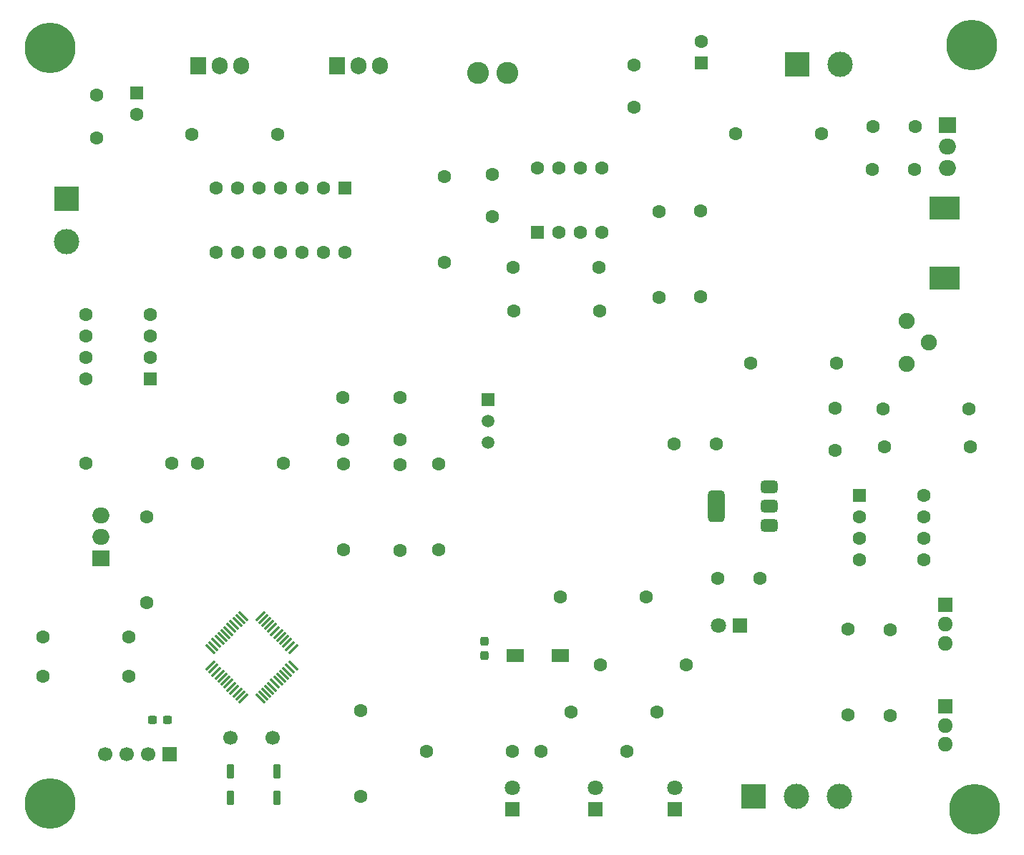
<source format=gbr>
%TF.GenerationSoftware,KiCad,Pcbnew,9.0.3-9.0.3-0~ubuntu24.04.1*%
%TF.CreationDate,2025-09-03T17:17:06-03:00*%
%TF.ProjectId,CargadorDeBaterias_rev2,43617267-6164-46f7-9244-654261746572,rev?*%
%TF.SameCoordinates,Original*%
%TF.FileFunction,Soldermask,Top*%
%TF.FilePolarity,Negative*%
%FSLAX46Y46*%
G04 Gerber Fmt 4.6, Leading zero omitted, Abs format (unit mm)*
G04 Created by KiCad (PCBNEW 9.0.3-9.0.3-0~ubuntu24.04.1) date 2025-09-03 17:17:06*
%MOMM*%
%LPD*%
G01*
G04 APERTURE LIST*
G04 Aperture macros list*
%AMRoundRect*
0 Rectangle with rounded corners*
0 $1 Rounding radius*
0 $2 $3 $4 $5 $6 $7 $8 $9 X,Y pos of 4 corners*
0 Add a 4 corners polygon primitive as box body*
4,1,4,$2,$3,$4,$5,$6,$7,$8,$9,$2,$3,0*
0 Add four circle primitives for the rounded corners*
1,1,$1+$1,$2,$3*
1,1,$1+$1,$4,$5*
1,1,$1+$1,$6,$7*
1,1,$1+$1,$8,$9*
0 Add four rect primitives between the rounded corners*
20,1,$1+$1,$2,$3,$4,$5,0*
20,1,$1+$1,$4,$5,$6,$7,0*
20,1,$1+$1,$6,$7,$8,$9,0*
20,1,$1+$1,$8,$9,$2,$3,0*%
G04 Aperture macros list end*
%ADD10C,1.600000*%
%ADD11R,1.800000X1.800000*%
%ADD12C,1.800000*%
%ADD13RoundRect,0.237500X0.300000X0.237500X-0.300000X0.237500X-0.300000X-0.237500X0.300000X-0.237500X0*%
%ADD14RoundRect,0.237500X0.237500X-0.300000X0.237500X0.300000X-0.237500X0.300000X-0.237500X-0.300000X0*%
%ADD15R,2.000000X1.905000*%
%ADD16O,2.000000X1.905000*%
%ADD17RoundRect,0.250000X0.550000X-0.550000X0.550000X0.550000X-0.550000X0.550000X-0.550000X-0.550000X0*%
%ADD18C,6.000000*%
%ADD19RoundRect,0.075000X0.521491X-0.415425X-0.415425X0.521491X-0.521491X0.415425X0.415425X-0.521491X0*%
%ADD20RoundRect,0.075000X0.521491X0.415425X0.415425X0.521491X-0.521491X-0.415425X-0.415425X-0.521491X0*%
%ADD21R,3.000000X3.000000*%
%ADD22C,3.000000*%
%ADD23RoundRect,0.375000X0.625000X0.375000X-0.625000X0.375000X-0.625000X-0.375000X0.625000X-0.375000X0*%
%ADD24RoundRect,0.500000X0.500000X1.400000X-0.500000X1.400000X-0.500000X-1.400000X0.500000X-1.400000X0*%
%ADD25RoundRect,0.250000X0.550000X0.550000X-0.550000X0.550000X-0.550000X-0.550000X0.550000X-0.550000X0*%
%ADD26R,1.700000X1.700000*%
%ADD27C,1.700000*%
%ADD28RoundRect,0.250000X-0.550000X-0.550000X0.550000X-0.550000X0.550000X0.550000X-0.550000X0.550000X0*%
%ADD29R,1.905000X2.000000*%
%ADD30O,1.905000X2.000000*%
%ADD31R,2.000000X1.600000*%
%ADD32R,1.800000X1.710000*%
%ADD33O,1.800000X1.710000*%
%ADD34R,3.600000X2.700000*%
%ADD35RoundRect,0.250000X-0.550000X0.550000X-0.550000X-0.550000X0.550000X-0.550000X0.550000X0.550000X0*%
%ADD36C,1.905000*%
%ADD37C,2.600000*%
%ADD38RoundRect,0.102000X0.300000X-0.750000X0.300000X0.750000X-0.300000X0.750000X-0.300000X-0.750000X0*%
%ADD39R,1.500000X1.500000*%
%ADD40C,1.500000*%
G04 APERTURE END LIST*
D10*
%TO.C,R30*%
X140700000Y-132600000D03*
X150860000Y-132600000D03*
%TD*%
D11*
%TO.C,D2*%
X150860000Y-139500000D03*
D12*
X150860000Y-136960000D03*
%TD*%
D13*
%TO.C,C16*%
X110012500Y-128950000D03*
X108287500Y-128950000D03*
%TD*%
D14*
%TO.C,C15*%
X147532500Y-121300000D03*
X147532500Y-119575000D03*
%TD*%
D10*
%TO.C,R31*%
X157770000Y-127950000D03*
X167930000Y-127950000D03*
%TD*%
D15*
%TO.C,Q2*%
X102175000Y-109780000D03*
D16*
X102175000Y-107240000D03*
X102175000Y-104700000D03*
%TD*%
D10*
%TO.C,R19*%
X161115000Y-75325000D03*
X150955000Y-75325000D03*
%TD*%
%TO.C,R5*%
X100395000Y-98550000D03*
X110555000Y-98550000D03*
%TD*%
%TO.C,R8*%
X130825000Y-108800000D03*
X130825000Y-98640000D03*
%TD*%
D17*
%TO.C,U4*%
X153830000Y-71190000D03*
D10*
X156370000Y-71190000D03*
X158910000Y-71190000D03*
X161450000Y-71190000D03*
X161450000Y-63570000D03*
X158910000Y-63570000D03*
X156370000Y-63570000D03*
X153830000Y-63570000D03*
%TD*%
D18*
%TO.C,H2*%
X96100000Y-49300000D03*
%TD*%
D19*
%TO.C,U8*%
X120998788Y-126387876D03*
X121352342Y-126034322D03*
X121705895Y-125680769D03*
X122059449Y-125327215D03*
X122413002Y-124973662D03*
X122766555Y-124620109D03*
X123120109Y-124266555D03*
X123473662Y-123913002D03*
X123827215Y-123559449D03*
X124180769Y-123205895D03*
X124534322Y-122852342D03*
X124887876Y-122498788D03*
D20*
X124887876Y-120501212D03*
X124534322Y-120147658D03*
X124180769Y-119794105D03*
X123827215Y-119440551D03*
X123473662Y-119086998D03*
X123120109Y-118733445D03*
X122766555Y-118379891D03*
X122413002Y-118026338D03*
X122059449Y-117672785D03*
X121705895Y-117319231D03*
X121352342Y-116965678D03*
X120998788Y-116612124D03*
D19*
X119001212Y-116612124D03*
X118647658Y-116965678D03*
X118294105Y-117319231D03*
X117940551Y-117672785D03*
X117586998Y-118026338D03*
X117233445Y-118379891D03*
X116879891Y-118733445D03*
X116526338Y-119086998D03*
X116172785Y-119440551D03*
X115819231Y-119794105D03*
X115465678Y-120147658D03*
X115112124Y-120501212D03*
D20*
X115112124Y-122498788D03*
X115465678Y-122852342D03*
X115819231Y-123205895D03*
X116172785Y-123559449D03*
X116526338Y-123913002D03*
X116879891Y-124266555D03*
X117233445Y-124620109D03*
X117586998Y-124973662D03*
X117940551Y-125327215D03*
X118294105Y-125680769D03*
X118647658Y-126034322D03*
X119001212Y-126387876D03*
%TD*%
D21*
%TO.C,J3*%
X179340000Y-138000000D03*
D22*
X184420000Y-138000000D03*
X189500000Y-138000000D03*
%TD*%
D23*
%TO.C,U9*%
X181250000Y-105875000D03*
X181250000Y-103575000D03*
D24*
X174950000Y-103575000D03*
D23*
X181250000Y-101275000D03*
%TD*%
D21*
%TO.C,J2*%
X98100000Y-67220000D03*
D22*
X98100000Y-72300000D03*
%TD*%
D25*
%TO.C,U5*%
X108000000Y-88500000D03*
D10*
X108000000Y-85960000D03*
X108000000Y-83420000D03*
X108000000Y-80880000D03*
X100380000Y-80880000D03*
X100380000Y-83420000D03*
X100380000Y-85960000D03*
X100380000Y-88500000D03*
%TD*%
D26*
%TO.C,J4*%
X110265000Y-132975000D03*
D27*
X107725000Y-132975000D03*
X105185000Y-132975000D03*
X102645000Y-132975000D03*
%TD*%
D10*
%TO.C,C8*%
X130750000Y-95750000D03*
X130750000Y-90750000D03*
%TD*%
D28*
%TO.C,U7*%
X191900000Y-102330000D03*
D10*
X191900000Y-104870000D03*
X191900000Y-107410000D03*
X191900000Y-109950000D03*
X199520000Y-109950000D03*
X199520000Y-107410000D03*
X199520000Y-104870000D03*
X199520000Y-102330000D03*
%TD*%
D29*
%TO.C,Q1*%
X113645000Y-51400000D03*
D30*
X116185000Y-51400000D03*
X118725000Y-51400000D03*
%TD*%
D10*
%TO.C,C13*%
X175000000Y-96225000D03*
X170000000Y-96225000D03*
%TD*%
D31*
%TO.C,SW1*%
X156532500Y-121300000D03*
X151132500Y-121300000D03*
%TD*%
D32*
%TO.C,Q5*%
X202020000Y-115270000D03*
D33*
X202020000Y-117550000D03*
X202020000Y-119830000D03*
%TD*%
D10*
%TO.C,R26*%
X166705000Y-114325000D03*
X156545000Y-114325000D03*
%TD*%
D21*
%TO.C,J1*%
X184560000Y-51275000D03*
D22*
X189640000Y-51275000D03*
%TD*%
D10*
%TO.C,C3*%
X101625000Y-54950000D03*
X101625000Y-59950000D03*
%TD*%
D34*
%TO.C,L2*%
X201975000Y-68325000D03*
X201975000Y-76625000D03*
%TD*%
D10*
%TO.C,R7*%
X137575000Y-108805000D03*
X137575000Y-98645000D03*
%TD*%
D18*
%TO.C,H3*%
X96100000Y-138800000D03*
%TD*%
D10*
%TO.C,R10*%
X142805000Y-64595000D03*
X142805000Y-74755000D03*
%TD*%
D11*
%TO.C,D9*%
X177750000Y-117775000D03*
D12*
X175210000Y-117775000D03*
%TD*%
D17*
%TO.C,C1*%
X173150000Y-51069888D03*
D10*
X173150000Y-48569888D03*
%TD*%
%TO.C,R20*%
X150975000Y-80475000D03*
X161135000Y-80475000D03*
%TD*%
%TO.C,C14*%
X175100000Y-112125000D03*
X180100000Y-112125000D03*
%TD*%
%TO.C,R32*%
X154250000Y-132675000D03*
X164410000Y-132675000D03*
%TD*%
%TO.C,C6*%
X198450000Y-63700000D03*
X193450000Y-63700000D03*
%TD*%
D18*
%TO.C,H1*%
X205225000Y-49025000D03*
%TD*%
D27*
%TO.C,Y1*%
X122500000Y-131000000D03*
X117500000Y-131000000D03*
%TD*%
D10*
%TO.C,R3*%
X168175000Y-68695000D03*
X168175000Y-78855000D03*
%TD*%
%TO.C,R22*%
X195520000Y-128410000D03*
X195520000Y-118250000D03*
%TD*%
%TO.C,C2*%
X165250000Y-51375000D03*
X165250000Y-56375000D03*
%TD*%
%TO.C,R25*%
X204880000Y-92075000D03*
X194720000Y-92075000D03*
%TD*%
D11*
%TO.C,D7*%
X160650000Y-139465000D03*
D12*
X160650000Y-136925000D03*
%TD*%
D10*
%TO.C,C9*%
X148455000Y-69325000D03*
X148455000Y-64325000D03*
%TD*%
%TO.C,R29*%
X132900000Y-137980000D03*
X132900000Y-127820000D03*
%TD*%
D18*
%TO.C,H4*%
X205500000Y-139500000D03*
%TD*%
D15*
%TO.C,U3*%
X202275000Y-58500000D03*
D16*
X202275000Y-61040000D03*
X202275000Y-63580000D03*
%TD*%
D10*
%TO.C,R24*%
X205000000Y-96550000D03*
X194840000Y-96550000D03*
%TD*%
%TO.C,R21*%
X189225000Y-86650000D03*
X179065000Y-86650000D03*
%TD*%
D29*
%TO.C,D6*%
X130095000Y-51425000D03*
D30*
X132635000Y-51425000D03*
X135175000Y-51425000D03*
%TD*%
D32*
%TO.C,Q4*%
X202020000Y-127270000D03*
D33*
X202020000Y-129550000D03*
X202020000Y-131830000D03*
%TD*%
D10*
%TO.C,R1*%
X187380000Y-59475000D03*
X177220000Y-59475000D03*
%TD*%
D35*
%TO.C,C4*%
X106425000Y-54694888D03*
D10*
X106425000Y-57194888D03*
%TD*%
%TO.C,R27*%
X105475000Y-123725000D03*
X95315000Y-123725000D03*
%TD*%
%TO.C,R2*%
X173125000Y-68645000D03*
X173125000Y-78805000D03*
%TD*%
%TO.C,R4*%
X107600000Y-104890000D03*
X107600000Y-115050000D03*
%TD*%
D36*
%TO.C,RV1*%
X197500000Y-81650000D03*
X200085000Y-84211800D03*
X197500000Y-86704600D03*
%TD*%
D37*
%TO.C,L1*%
X146750000Y-52300000D03*
X150250000Y-52300000D03*
%TD*%
D35*
%TO.C,U1*%
X131020000Y-65945000D03*
D10*
X128480000Y-65945000D03*
X125940000Y-65945000D03*
X123400000Y-65945000D03*
X120860000Y-65945000D03*
X118320000Y-65945000D03*
X115780000Y-65945000D03*
X115780000Y-73565000D03*
X118320000Y-73565000D03*
X120860000Y-73565000D03*
X123400000Y-73565000D03*
X125940000Y-73565000D03*
X128480000Y-73565000D03*
X131020000Y-73565000D03*
%TD*%
%TO.C,R11*%
X142150000Y-108730000D03*
X142150000Y-98570000D03*
%TD*%
%TO.C,C5*%
X198500000Y-58650000D03*
X193500000Y-58650000D03*
%TD*%
D38*
%TO.C,Y2*%
X117500000Y-138150000D03*
X123000000Y-138150000D03*
X123000000Y-135000000D03*
X117500000Y-135000000D03*
%TD*%
D10*
%TO.C,R28*%
X105480000Y-119050000D03*
X95320000Y-119050000D03*
%TD*%
D11*
%TO.C,D8*%
X170075000Y-139465000D03*
D12*
X170075000Y-136925000D03*
%TD*%
D39*
%TO.C,Q3*%
X147925000Y-90950000D03*
D40*
X147925000Y-93490000D03*
X147925000Y-96030000D03*
%TD*%
D10*
%TO.C,R9*%
X123030000Y-59600000D03*
X112870000Y-59600000D03*
%TD*%
%TO.C,C7*%
X137550000Y-95750000D03*
X137550000Y-90750000D03*
%TD*%
%TO.C,C12*%
X189000000Y-97000000D03*
X189000000Y-92000000D03*
%TD*%
%TO.C,R23*%
X190520000Y-128330000D03*
X190520000Y-118170000D03*
%TD*%
%TO.C,R33*%
X171380000Y-122425000D03*
X161220000Y-122425000D03*
%TD*%
%TO.C,R6*%
X113545000Y-98525000D03*
X123705000Y-98525000D03*
%TD*%
M02*

</source>
